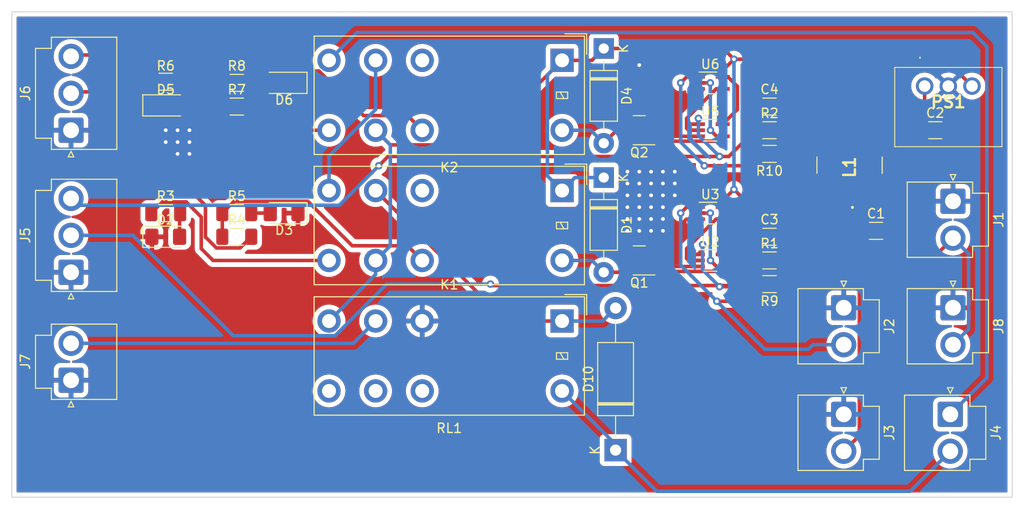
<source format=kicad_pcb>
(kicad_pcb (version 20211014) (generator pcbnew)
  (layers (0 "F.Cu" signal) (31 "B.Cu" signal) (34 "B.Paste" user) (35 "F.Paste" user) (36 "B.SilkS" user "B.Silkscreen") (37 "F.SilkS" user "F.Silkscreen") (38 "B.Mask" user) (39 "F.Mask" user) (44 "Edge.Cuts" user))
  (net 0 "")
  (net 1 "+24V")
  (net 2 "Net-(D1-Pad2)")
  (net 3 "GND")
  (net 4 "Net-(D2-Pad2)")
  (net 5 "Net-(D3-Pad2)")
  (net 6 "Net-(D4-Pad2)")
  (net 7 "Net-(D5-Pad2)")
  (net 8 "Net-(D6-Pad2)")
  (net 9 "IMD_Fault")
  (net 10 "BMS_Fault")
  (net 11 "SC_Out")
  (net 12 "SC_In")
  (net 13 "BMS_Button")
  (net 14 "IMD_Button")
  (net 15 "BMS_Button_LED")
  (net 16 "IMD_Button_LED")
  (net 17 "Charger")
  (net 19 "/BMS_Relay_Control/SC_In")
  (net 20 "Net-(K1-Pad5)")
  (net 21 "+5V")
  (net 22 "Net-(K1-Pad7)")
  (net 24 "Net-(K2-Pad5)")
  (net 25 "Net-(K2-Pad7)")
  (net 26 "SC_Relay_Out")
  (net 27 "/IMD_Latch/Latch_Out")
  (net 28 "/BMS_Latch/Latch_Out")
  (net 32 "Net-(U2-Pad2)")
  (net 33 "Net-(U5-Pad2)")
  (net 34 "/+VCC")
  (footprint "Resistor_SMD:R_1206_3216Metric_Pad1.30x1.75mm_HandSolder" (layer "F.Cu") (at 157.48 102.87 180)
    (fp_text reference "R9" (at 0 -1.82) (layer "F.SilkS"))
    (fp_text value "10K")
    (pad "1" smd roundrect (at -1.55 0 180) (size 1.3 1.75) (layers "F.Cu" "F.Paste" "F.Mask") (roundrect_rratio 0.1923076923) (net 21 "+5V"))
    (pad "2" smd roundrect (at 1.55 0 180) (size 1.3 1.75) (layers "F.Cu" "F.Paste" "F.Mask") (roundrect_rratio 0.1923076923) (net 9 "IMD_Fault"))
  )
  (footprint "Resistor_SMD:R_1206_3216Metric_Pad1.30x1.75mm_HandSolder" (layer "F.Cu") (at 157.48 100.33)
    (fp_text reference "R1" (at 0 -1.82) (layer "F.SilkS"))
    (fp_text value "10K")
    (pad "1" smd roundrect (at -1.55 0) (size 1.3 1.75) (layers "F.Cu" "F.Paste" "F.Mask") (roundrect_rratio 0.1923076923) (net 14 "IMD_Button"))
    (pad "2" smd roundrect (at 1.55 0) (size 1.3 1.75) (layers "F.Cu" "F.Paste" "F.Mask") (roundrect_rratio 0.1923076923) (net 21 "+5V"))
  )
  (footprint "Capacitor_SMD:C_1206_3216Metric_Pad1.33x1.80mm_HandSolder" (layer "F.Cu") (at 175.26 86.36)
    (fp_text reference "C2" (at 0 -1.85) (layer "F.SilkS"))
    (fp_text value "2.2u")
    (pad "1" smd roundrect (at -1.5625 0) (size 1.325 1.8) (layers "F.Cu" "F.Paste" "F.Mask") (roundrect_rratio 0.1886792453) (net 34 "/+VCC"))
    (pad "2" smd roundrect (at 1.5625 0) (size 1.325 1.8) (layers "F.Cu" "F.Paste" "F.Mask") (roundrect_rratio 0.1886792453) (net 3 "GND"))
  )
  (footprint "Relay_THT:Relay_DPDT_Omron_G2RL" (layer "F.Cu") (at 135.2275 92.8325 180)
    (fp_text reference "K1" (at 12.1 -10.1) (layer "F.SilkS"))
    (fp_text value "G2RL-24-DC5")
    (pad "1" thru_hole rect (at 0 0 270) (size 2.5 2.5) (drill 1.5) (layers *.Cu *.Mask) (net 21 "+5V"))
    (pad "2" thru_hole oval (at 15 0 270) (size 2.5 2.5) (drill 1.5) (layers *.Cu *.Mask))
    (pad "3" thru_hole oval (at 20 0 270) (size 2.5 2.5) (drill 1.5) (layers *.Cu *.Mask) (net 26 "SC_Relay_Out"))
    (pad "4" thru_hole oval (at 25 0 270) (size 2.5 2.5) (drill 1.5) (layers *.Cu *.Mask) (net 19 "/BMS_Relay_Control/SC_In"))
    (pad "5" thru_hole oval (at 25 -7.5 270) (size 2.5 2.5) (drill 1.5) (layers *.Cu *.Mask) (net 20 "Net-(K1-Pad5)"))
    (pad "6" thru_hole oval (at 20 -7.5 270) (size 2.5 2.5) (drill 1.5) (layers *.Cu *.Mask) (net 21 "+5V"))
    (pad "7" thru_hole oval (at 15 -7.5 270) (size 2.5 2.5) (drill 1.5) (layers *.Cu *.Mask) (net 22 "Net-(K1-Pad7)"))
    (pad "8" thru_hole oval (at 0 -7.5 270) (size 2.5 2.5) (drill 1.5) (layers *.Cu *.Mask) (net 2 "Net-(D1-Pad2)"))
  )
  (footprint "Capacitor_SMD:C_1206_3216Metric_Pad1.33x1.80mm_HandSolder" (layer "F.Cu") (at 157.48 97.79)
    (fp_text reference "C3" (at 0 -1.85) (layer "F.SilkS"))
    (fp_text value "10u")
    (pad "1" smd roundrect (at -1.5625 0) (size 1.325 1.8) (layers "F.Cu" "F.Paste" "F.Mask") (roundrect_rratio 0.1886792453) (net 14 "IMD_Button"))
    (pad "2" smd roundrect (at 1.5625 0) (size 1.325 1.8) (layers "F.Cu" "F.Paste" "F.Mask") (roundrect_rratio 0.1886792453) (net 3 "GND"))
  )
  (footprint "Package_TO_SOT_SMD:SOT-353_SC-70-5_Handsoldering" (layer "F.Cu") (at 151.13 95.25)
    (fp_text reference "U3" (at 0 -2) (layer "F.SilkS"))
    (fp_text value "74AHC1G00")
    (pad "1" smd rect (at -1.33 -0.65) (size 1.5 0.4) (layers "F.Cu" "F.Paste" "F.Mask") (net 9 "IMD_Fault"))
    (pad "2" smd rect (at -1.33 0) (size 1.5 0.4) (layers "F.Cu" "F.Paste" "F.Mask") (net 27 "/IMD_Latch/Latch_Out"))
    (pad "3" smd rect (at -1.33 0.65) (size 1.5 0.4) (layers "F.Cu" "F.Paste" "F.Mask") (net 3 "GND"))
    (pad "4" smd rect (at 1.33 0.65) (size 1.5 0.4) (layers "F.Cu" "F.Paste" "F.Mask") (net 32 "Net-(U2-Pad2)"))
    (pad "5" smd rect (at 1.33 -0.65) (size 1.5 0.4) (layers "F.Cu" "F.Paste" "F.Mask") (net 21 "+5V"))
  )
  (footprint "Resistor_SMD:R_1206_3216Metric_Pad1.30x1.75mm_HandSolder" (layer "F.Cu") (at 100.33 95.25)
    (fp_text reference "R5" (at 0 -1.82) (layer "F.SilkS"))
    (fp_text value "680")
    (pad "1" smd roundrect (at -1.55 0) (size 1.3 1.75) (layers "F.Cu" "F.Paste" "F.Mask") (roundrect_rratio 0.1923076923) (net 22 "Net-(K1-Pad7)"))
    (pad "2" smd roundrect (at 1.55 0) (size 1.3 1.75) (layers "F.Cu" "F.Paste" "F.Mask") (roundrect_rratio 0.1923076923) (net 5 "Net-(D3-Pad2)"))
  )
  (footprint "Connector_JST:JST_VH_B2P-VH-B_1x02_P3.96mm_Vertical" (layer "F.Cu") (at 165.445 116.84 -90)
    (fp_text reference "J3" (at 1.98 -4.9 -90) (layer "F.SilkS"))
    (fp_text value "BMS")
    (pad "1" thru_hole roundrect (at 0 0 270) (size 2.7 2.7) (drill 1.7) (layers *.Cu *.Mask) (roundrect_rratio 0.09259296296) (net 3 "GND"))
    (pad "2" thru_hole circle (at 3.96 0 270) (size 2.7 2.7) (drill 1.7) (layers *.Cu *.Mask) (net 10 "BMS_Fault"))
  )
  (footprint "Connector_JST:JST_VH_B3P-VH-B_1x03_P3.96mm_Vertical" (layer "F.Cu") (at 82.55 101.6 90)
    (fp_text reference "J5" (at 3.96 -4.9 90) (layer "F.SilkS"))
    (fp_text value "Buttons")
    (pad "1" thru_hole roundrect (at 0 0 90) (size 2.7 2.7) (drill 1.7) (layers *.Cu *.Mask) (roundrect_rratio 0.09259296296) (net 3 "GND"))
    (pad "2" thru_hole circle (at 3.96 0 90) (size 2.7 2.7) (drill 1.7) (layers *.Cu *.Mask) (net 14 "IMD_Button"))
    (pad "3" thru_hole circle (at 7.92 0 90) (size 2.7 2.7) (drill 1.7) (layers *.Cu *.Mask) (net 13 "BMS_Button"))
  )
  (footprint "Capacitor_SMD:C_1206_3216Metric_Pad1.33x1.80mm_HandSolder" (layer "F.Cu") (at 168.91 97.155)
    (fp_text reference "C1" (at 0 -1.85) (layer "F.SilkS"))
    (fp_text value "10u")
    (pad "1" smd roundrect (at -1.5625 0) (size 1.325 1.8) (layers "F.Cu" "F.Paste" "F.Mask") (roundrect_rratio 0.1886792453) (net 1 "+24V"))
    (pad "2" smd roundrect (at 1.5625 0) (size 1.325 1.8) (layers "F.Cu" "F.Paste" "F.Mask") (roundrect_rratio 0.1886792453) (net 3 "GND"))
  )
  (footprint "Resistor_SMD:R_1206_3216Metric_Pad1.30x1.75mm_HandSolder" (layer "F.Cu") (at 157.48 86.36)
    (fp_text reference "R2" (at 0 -1.82) (layer "F.SilkS"))
    (fp_text value "10K")
    (pad "1" smd roundrect (at -1.55 0) (size 1.3 1.75) (layers "F.Cu" "F.Paste" "F.Mask") (roundrect_rratio 0.1923076923) (net 13 "BMS_Button"))
    (pad "2" smd roundrect (at 1.55 0) (size 1.3 1.75) (layers "F.Cu" "F.Paste" "F.Mask") (roundrect_rratio 0.1923076923) (net 21 "+5V"))
  )
  (footprint "SamacSys_Parts:RLS686" (layer "F.Cu") (at 166.07 89.985 90)
    (fp_text reference "L1" (at -0.35 0 90) (layer "F.SilkS") (effects (font (size 1.27 1.27) (thickness 0.254))))
    (fp_text value "68u" hide)
    (pad "1" smd rect locked (at -2.75 0 90) (size 2.5 7.5) (layers "F.Cu" "F.Paste" "F.Mask") (net 1 "+24V"))
    (pad "2" smd rect locked (at 2.75 0 90) (size 2.5 7.5) (layers "F.Cu" "F.Paste" "F.Mask") (net 34 "/+VCC"))
  )
  (footprint "Resistor_SMD:R_1206_3216Metric_Pad1.30x1.75mm_HandSolder" (layer "F.Cu") (at 157.48 88.9 180)
    (fp_text reference "R10" (at 0 -1.82) (layer "F.SilkS"))
    (fp_text value "10K")
    (pad "1" smd roundrect (at -1.55 0 180) (size 1.3 1.75) (layers "F.Cu" "F.Paste" "F.Mask") (roundrect_rratio 0.1923076923) (net 21 "+5V"))
    (pad "2" smd roundrect (at 1.55 0 180) (size 1.3 1.75) (layers "F.Cu" "F.Paste" "F.Mask") (roundrect_rratio 0.1923076923) (net 10 "BMS_Fault"))
  )
  (footprint "Resistor_SMD:R_1206_3216Metric_Pad1.30x1.75mm_HandSolder" (layer "F.Cu") (at 100.33 83.82)
    (fp_text reference "R7" (at 0 -1.82) (layer "F.SilkS"))
    (fp_text value "100")
    (pad "1" smd roundrect (at -1.55 0) (size 1.3 1.75) (layers "F.Cu" "F.Paste" "F.Mask") (roundrect_rratio 0.1923076923) (net 25 "Net-(K2-Pad7)"))
    (pad "2" smd roundrect (at 1.55 0) (size 1.3 1.75) (layers "F.Cu" "F.Paste" "F.Mask") (roundrect_rratio 0.1923076923) (net 15 "BMS_Button_LED"))
  )
  (footprint "Connector_JST:JST_VH_B2P-VH-B_1x02_P3.96mm_Vertical" (layer "F.Cu") (at 177.165 105.41 -90)
    (fp_text reference "J8" (at 1.98 -4.9 90) (layer "F.SilkS"))
    (fp_text value "HV_PWR")
    (pad "1" thru_hole roundrect (at 0 0 270) (size 2.7 2.7) (drill 1.7) (layers *.Cu *.Mask) (roundrect_rratio 0.09259296296) (net 3 "GND"))
    (pad "2" thru_hole circle (at 3.96 0 270) (size 2.7 2.7) (drill 1.7) (layers *.Cu *.Mask) (net 1 "+24V"))
  )
  (footprint "Relay_THT:Relay_DPDT_Omron_G2RL" (layer "F.Cu") (at 135.2275 106.83 180)
    (fp_text reference "RL1" (at 12.1 -11.5) (layer "F.SilkS"))
    (fp_text value "G2RL-24-DC5")
    (pad "1" thru_hole rect (at 0 0 270) (size 2.5 2.5) (drill 1.5) (layers *.Cu *.Mask) (net 26 "SC_Relay_Out"))
    (pad "2" thru_hole oval (at 15 0 270) (size 2.5 2.5) (drill 1.5) (layers *.Cu *.Mask) (net 3 "GND"))
    (pad "3" thru_hole oval (at 20 0 270) (size 2.5 2.5) (drill 1.5) (layers *.Cu *.Mask) (net 17 "Charger"))
    (pad "4" thru_hole oval (at 25 0 270) (size 2.5 2.5) (drill 1.5) (layers *.Cu *.Mask) (net 21 "+5V"))
    (pad "5" thru_hole oval (at 25 -7.5 270) (size 2.5 2.5) (drill 1.5) (layers *.Cu *.Mask))
    (pad "6" thru_hole oval (at 20 -7.5 270) (size 2.5 2.5) (drill 1.5) (layers *.Cu *.Mask))
    (pad "7" thru_hole oval (at 15 -7.5 270) (size 2.5 2.5) (drill 1.5) (layers *.Cu *.Mask))
    (pad "8" thru_hole oval (at 0 -7.5 270) (size 2.5 2.5) (drill 1.5) (layers *.Cu *.Mask) (net 12 "SC_In"))
  )
  (footprint "Connector_JST:JST_VH_B2P-VH-B_1x02_P3.96mm_Vertical" (layer "F.Cu") (at 165.445 105.41 -90)
    (fp_text reference "J2" (at 1.98 -4.9 -90) (layer "F.SilkS"))
    (fp_text value "IMD")
    (pad "1" thru_hole roundrect (at 0 0 270) (size 2.7 2.7) (drill 1.7) (layers *.Cu *.Mask) (roundrect_rratio 0.09259296296) (net 3 "GND"))
    (pad "2" thru_hole circle (at 3.96 0 270) (size 2.7 2.7) (drill 1.7) (layers *.Cu *.Mask) (net 9 "IMD_Fault"))
  )
  (footprint "Package_TO_SOT_SMD:SOT-23" (layer "F.Cu") (at 143.51 100.33 180)
    (fp_text reference "Q1" (at 0 -2.4) (layer "F.SilkS"))
    (fp_text value "2N7002")
    (pad "1" smd roundrect (at -0.9375 -0.95 180) (size 1.475 0.6) (layers "F.Cu" "F.Paste" "F.Mask") (net 27 "/IMD_Latch/Latch_Out"))
    (pad "2" smd roundrect (at -0.9375 0.95 180) (size 1.475 0.6) (layers "F.Cu" "F.Paste" "F.Mask") (net 3 "GND"))
    (pad "3" smd roundrect (at 0.9375 0 180) (size 1.475 0.6) (layers "F.Cu" "F.Paste" "F.Mask") (net 2 "Net-(D1-Pad2)"))
  )
  (footprint "Package_TO_SOT_SMD:SOT-353_SC-70-5_Handsoldering" (layer "F.Cu") (at 151.13 100.33)
    (fp_text reference "U2" (at 0 -2) (layer "F.SilkS"))
    (fp_text value "74AHC1G00")
    (pad "1" smd rect (at -1.33 -0.65) (size 1.5 0.4) (layers "F.Cu" "F.Paste" "F.Mask") (net 14 "IMD_Button"))
    (pad "2" smd rect (at -1.33 0) (size 1.5 0.4) (layers "F.Cu" "F.Paste" "F.Mask") (net 32 "Net-(U2-Pad2)"))
    (pad "3" smd rect (at -1.33 0.65) (size 1.5 0.4) (layers "F.Cu" "F.Paste" "F.Mask") (net 3 "GND"))
    (pad "4" smd rect (at 1.33 0.65) (size 1.5 0.4) (layers "F.Cu" "F.Paste" "F.Mask") (net 27 "/IMD_Latch/Latch_Out"))
    (pad "5" smd rect (at 1.33 -0.65) (size 1.5 0.4) (layers "F.Cu" "F.Paste" "F.Mask") (net 21 "+5V"))
  )
  (footprint "Resistor_SMD:R_1206_3216Metric_Pad1.30x1.75mm_HandSolder" (layer "F.Cu") (at 92.71 95.25)
    (fp_text reference "R3" (at 0 -1.82) (layer "F.SilkS"))
    (fp_text value "680")
    (pad "1" smd roundrect (at -1.55 0) (size 1.3 1.75) (layers "F.Cu" "F.Paste" "F.Mask") (roundrect_rratio 0.1923076923) (net 20 "Net-(K1-Pad5)"))
    (pad "2" smd roundrect (at 1.55 0) (size 1.3 1.75) (layers "F.Cu" "F.Paste" "F.Mask") (roundrect_rratio 0.1923076923) (net 4 "Net-(D2-Pad2)"))
  )
  (footprint "Package_TO_SOT_SMD:SOT-353_SC-70-5_Handsoldering" (layer "F.Cu") (at 151.13 81.28)
    (fp_text reference "U6" (at 0 -2) (layer "F.SilkS"))
    (fp_text value "74AHC1G00")
    (pad "1" smd rect (at -1.33 -0.65) (size 1.5 0.4) (layers "F.Cu" "F.Paste" "F.Mask") (net 10 "BMS_Fault"))
    (pad "2" smd rect (at -1.33 0) (size 1.5 0.4) (layers "F.Cu" "F.Paste" "F.Mask") (net 28 "/BMS_Latch/Latch_Out"))
    (pad "3" smd rect (at -1.33 0.65) (size 1.5 0.4) (layers "F.Cu" "F.Paste" "F.Mask") (net 3 "GND"))
    (pad "4" smd rect (at 1.33 0.65) (size 1.5 0.4) (layers "F.Cu" "F.Paste" "F.Mask") (net 33 "Net-(U5-Pad2)"))
    (pad "5" smd rect (at 1.33 -0.65) (size 1.5 0.4) (layers "F.Cu" "F.Paste" "F.Mask") (net 21 "+5V"))
  )
  (footprint "Resistor_SMD:R_1206_3216Metric_Pad1.30x1.75mm_HandSolder" (layer "F.Cu") (at 100.33 81.28)
    (fp_text reference "R8" (at 0 -1.82) (layer "F.SilkS"))
    (fp_text value "680")
    (pad "1" smd roundrect (at -1.55 0) (size 1.3 1.75) (layers "F.Cu" "F.Paste" "F.Mask") (roundrect_rratio 0.1923076923) (net 25 "Net-(K2-Pad7)"))
    (pad "2" smd roundrect (at 1.55 0) (size 1.3 1.75) (layers "F.Cu" "F.Paste" "F.Mask") (roundrect_rratio 0.1923076923) (net 8 "Net-(D6-Pad2)"))
  )
  (footprint "Capacitor_SMD:C_1206_3216Metric_Pad1.33x1.80mm_HandSolder" (layer "F.Cu") (at 157.48 83.82)
    (fp_text reference "C4" (at 0 -1.85) (layer "F.SilkS"))
    (fp_text value "10u")
    (pad "1" smd roundrect (at -1.5625 0) (size 1.325 1.8) (layers "F.Cu" "F.Paste" "F.Mask") (roundrect_rratio 0.1886792453) (net 13 "BMS_Button"))
    (pad "2" smd roundrect (at 1.5625 0) (size 1.325 1.8) (layers "F.Cu" "F.Paste" "F.Mask") (roundrect_rratio 0.1886792453) (net 3 "GND"))
  )
  (footprint "Package_TO_SOT_SMD:SOT-353_SC-70-5_Handsoldering" (layer "F.Cu") (at 151.13 86.36)
    (fp_text reference "U5" (at 0 -2) (layer "F.SilkS"))
    (fp_text value "74AHC1G00")
    (pad "1" smd rect (at -1.33 -0.65) (size 1.5 0.4) (layers "F.Cu" "F.Paste" "F.Mask") (net 13 "BMS_Button"))
    (pad "2" smd rect (at -1.33 0) (size 1.5 0.4) (layers "F.Cu" "F.Paste" "F.Mask") (net 33 "Net-(U5-Pad2)"))
    (pad "3" smd rect (at -1.33 0.65) (size 1.5 0.4) (layers "F.Cu" "F.Paste" "F.Mask") (net 3 "GND"))
    (pad "4" smd rect (at 1.33 0.65) (size 1.5 0.4) (layers "F.Cu" "F.Paste" "F.Mask") (net 28 "/BMS_Latch/Latch_Out"))
    (pad "5" smd rect (at 1.33 -0.65) (size 1.5 0.4) (layers "F.Cu" "F.Paste" "F.Mask") (net 21 "+5V"))
  )
  (footprint "Diode_THT:D_DO-41_SOD81_P10.16mm_Horizontal" (layer "F.Cu") (at 139.7 91.44 -90)
    (fp_text reference "D1" (at 5.08 -2.47 90) (layer "F.SilkS"))
    (fp_text value "1N4001")
    (fp_text user "K" (at 0 -2.1 90) (layer "F.SilkS"))
    (pad "1" thru_hole rect (at 0 0 270) (size 2.2 2.2) (drill 1.1) (layers *.Cu *.Mask) (net 21 "+5V"))
    (pad "2" thru_hole oval (at 10.16 0 270) (size 2.2 2.2) (drill 1.1) (layers *.Cu *.Mask) (net 2 "Net-(D1-Pad2)"))
  )
  (footprint "Resistor_SMD:R_1206_3216Metric_Pad1.30x1.75mm_HandSolder" (layer "F.Cu") (at 100.33 97.79)
    (fp_text reference "R4" (at 0 -1.82) (layer "F.SilkS"))
    (fp_text value "100")
    (pad "1" smd roundrect (at -1.55 0) (size 1.3 1.75) (layers "F.Cu" "F.Paste" "F.Mask") (roundrect_rratio 0.1923076923) (net 22 "Net-(K1-Pad7)"))
    (pad "2" smd roundrect (at 1.55 0) (size 1.3 1.75) (layers "F.Cu" "F.Paste" "F.Mask") (roundrect_rratio 0.1923076923) (net 16 "IMD_Button_LED"))
  )
  (footprint "Connector_JST:JST_VH_B2P-VH-B_1x02_P3.96mm_Vertical" (layer "F.Cu") (at 176.875 116.84 -90)
    (fp_text reference "J4" (at 1.98 -4.9 -90) (layer "F.SilkS"))
    (fp_text value "SC")
    (pad "1" thru_hole roundrect (at 0 0 270) (size 2.7 2.7) (drill 1.7) (layers *.Cu *.Mask) (roundrect_rratio 0.09259296296) (net 11 "SC_Out"))
    (pad "2" thru_hole circle (at 3.96 0 270) (size 2.7 2.7) (drill 1.7) (layers *.Cu *.Mask) (net 12 "SC_In"))
  )
  (footprint "Diode_THT:D_DO-41_SOD81_P10.16mm_Horizontal" (layer "F.Cu") (at 139.7 77.5925 -90)
    (fp_text reference "D4" (at 5.08 -2.47 90) (layer "F.SilkS"))
    (fp_text value "1N4001")
    (fp_text user "K" (at 0 -2.1 90) (layer "F.SilkS"))
    (pad "1" thru_hole rect (at 0 0 270) (size 2.2 2.2) (drill 1.1) (layers *.Cu *.Mask) (net 21 "+5V"))
    (pad "2" thru_hole oval (at 10.16 0 270) (size 2.2 2.2) (drill 1.1) (layers *.Cu *.Mask) (net 6 "Net-(D4-Pad2)"))
  )
  (footprint "SamacSys_Parts:R78B5020" (layer "F.Cu") (at 174.125 81.625)
    (fp_text reference "PS1" (at 2.54 1.7) (layer "F.SilkS") (effects (font (size 1.27 1.27) (thickness 0.254))))
    (fp_text value "R-78E5.0-1.0" hide)
    (pad "1" thru_hole circle locked (at 0 0) (size 1.875 1.875) (drill 1.25) (layers *.Cu *.Mask) (net 34 "/+VCC"))
    (pad "2" thru_hole circle locked (at 2.54 0) (size 1.875 1.875) (drill 1.25) (layers *.Cu *.Mask) (net 3 "GND"))
    (pad "3" thru_hole circle locked (at 5.08 0) (size 1.875 1.875) (drill 1.25) (layers *.Cu *.Mask) (net 21 "+5V"))
  )
  (footprint "Package_TO_SOT_SMD:SOT-23" (layer "F.Cu") (at 143.51 86.36 180)
    (fp_text reference "Q2" (at 0 -2.4) (layer "F.SilkS"))
    (fp_text value "2N7002")
    (pad "1" smd roundrect (at -0.9375 -0.95 180) (size 1.475 0.6) (layers "F.Cu" "F.Paste" "F.Mask") (net 28 "/BMS_Latch/Latch_Out"))
    (pad "2" smd roundrect (at -0.9375 0.95 180) (size 1.475 0.6) (layers "F.Cu" "F.Paste" "F.Mask") (net 3 "GND"))
    (pad "3" smd roundrect (at 0.9375 0 180) (size 1.475 0.6) (layers "F.Cu" "F.Paste" "F.Mask") (net 6 "Net-(D4-Pad2)"))
  )
  (footprint "Resistor_SMD:R_1206_3216Metric_Pad1.30x1.75mm_HandSolder" (layer "F.Cu") (at 92.71 81.1575)
    (fp_text reference "R6" (at 0 -1.6975) (layer "F.SilkS"))
    (fp_text value "680")
    (pad "1" smd roundrect (at -1.55 0) (size 1.3 1.75) (layers "F.Cu" "F.Paste" "F.Mask") (roundrect_rratio 0.1923076923) (net 24 "Net-(K2-Pad5)"))
    (pad "2" smd roundrect (at 1.55 0) (size 1.3 1.75) (layers "F.Cu" "F.Paste" "F.Mask") (roundrect_rratio 0.1923076923) (net 7 "Net-(D5-Pad2)"))
  )
  (footprint "Diode_THT:D_DO-15_P15.24mm_Horizontal" (layer "F.Cu") (at 140.97 120.6775 90)
    (fp_text reference "D10" (at 7.62 -2.92 90) (layer "F.SilkS"))
    (fp_text value "D_TVS")
    (fp_text user "K" (at 0 -2.2 90) (layer "F.SilkS"))
    (pad "1" thru_hole rect (at 0 0 90) (size 2.4 2.4) (drill 1.2) (layers *.Cu *.Mask) (net 12 "SC_In"))
    (pad "2" thru_hole oval (at 15.24 0 90) (size 2.4 2.4) (drill 1.2) (layers *.Cu *.Mask) (net 26 "SC_Relay_Out"))
  )
  (footprint "Diode_SMD:D_1206_3216Metric_Pad1.42x1.75mm_HandSolder" (layer "F.Cu") (at 92.71 97.79)
    (fp_text reference "D2" (at 0 -1.82) (layer "F.SilkS"))
    (fp_text value "GREEN")
    (pad "1" smd roundrect (at -1.4875 0) (size 1.425 1.75) (layers "F.Cu" "F.Paste" "F.Mask") (roundrect_rratio 0.1754392982) (net 3 "GND"))
    (pad "2" smd roundrect (at 1.4875 0) (size 1.425 1.75) (layers "F.Cu" "F.Paste" "F.Mask") (roundrect_rratio 0.1754392982) (net 4 "Net-(D2-Pad2)"))
  )
  (footprint "Relay_THT:Relay_DPDT_Omron_G2RL" (layer "F.Cu") (at 135.2275 78.8625 180)
    (fp_text reference "K2" (at 12.1 -11.5) (layer "F.SilkS"))
    (fp_text value "G2RL-24-DC5")
    (pad "1" thru_hole rect (at 0 0 270) (size 2.5 2.5) (drill 1.5) (layers *.Cu *.Mask) (net 21 "+5V"))
    (pad "2" thru_hole oval (at 15 0 270) (size 2.5 2.5) (drill 1.5) (layers *.Cu *.Mask))
    (pad "3" thru_hole oval (at 20 0 270) (size 2.5 2.5) (drill 1.5) (layers *.Cu *.Mask) (net 19 "/BMS_Relay_Control/SC_In"))
    (pad "4" thru_hole oval (at 25 0 270) (size 2.5 2.5) (drill 1.5) (layers *.Cu *.Mask) (net 11 "SC_Out"))
    (pad "5" thru_hole oval (at 25 -7.5 270) (size 2.5 2.5) (drill 1.5) (layers *.Cu *.Mask) (net 24 "Net-(K2-Pad5)"))
    (pad "6" thru_hole oval (at 20 -7.5 270) (size 2.5 2.5) (drill 1.5) (layers *.Cu *.Mask) (net 21 "+5V"))
    (pad "7" thru_hole oval (at 15 -7.5 270) (size 2.5 2.5) (drill 1.5) (layers *.Cu *.Mask) (net 25 "Net-(K2-Pad7)"))
    (pad "8" thru_hole oval (at 0 -7.5 270) (size 2.5 2.5) (drill 1.5) (layers *.Cu *.Mask) (net 6 "Net-(D4-Pad2)"))
  )
  (footprint "Diode_SMD:D_1206_3216Metric_Pad1.42x1.75mm_HandSolder" (layer "F.Cu") (at 105.41 81.28 180)
    (fp_text reference "D6" (at 0 -1.82) (layer "F.SilkS"))
    (fp_text value "RED")
    (pad "1" smd roundrect (at -1.4875 0 180) (size 1.425 1.75) (layers "F.Cu" "F.Paste" "F.Mask") (roundrect_rratio 0.1754392982) (net 3 "GND"))
    (pad "2" smd roundrect (at 1.4875 0 180) (size 1.425 1.75) (layers "F.Cu" "F.Paste" "F.Mask") (roundrect_rratio 0.1754392982) (net 8 "Net-(D6-Pad2)"))
  )
  (footprint "Connector_JST:JST_VH_B3P-VH-B_1x03_P3.96mm_Vertical" (layer "F.Cu") (at 82.55 86.36 90)
    (fp_text reference "J6" (at 3.96 -4.9 90) (layer "F.SilkS"))
    (fp_text value "Button_LED")
    (pad "1" thru_hole roundrect (at 0 0 90) (size 2.7 2.7) (drill 1.7) (layers *.Cu *.Mask) (roundrect_rratio 0.09259296296) (net 3 "GND"))
    (pad "2" thru_hole circle (at 3.96 0 90) (size 2.7 2.7) (drill 1.7) (layers *.Cu *.Mask) (net 16 "IMD_Button_LED"))
    (pad "3" thru_hole circle (at 7.92 0 90) (size 2.7 2.7) (drill 1.7) (layers *.Cu *.Mask) (net 15 "BMS_Button_LED"))
  )
  (footprint "Connector_JST:JST_VH_B2P-VH-B_1x02_P3.96mm_Vertical" (layer "F.Cu") (at 82.55 113.18 90)
    (fp_text reference "J7" (at 1.98 -4.9 90) (layer "F.SilkS"))
    (fp_text value "Charger_Control")
    (pad "1" thru_hole roundrect (at 0 0 90) (size 2.7 2.7) (drill 1.7) (layers *.Cu *.Mask) (roundrect_rratio 0.09259296296) (net 3 "GND"))
    (pad "2" thru_hole circle (at 3.96 0 90) (size 2.7 2.7) (drill 1.7) (layers *.Cu *.Mask) (net 17 "Charger"))
  )
  (footprint "Connector_JST:JST_VH_B2P-VH-B_1x02_P3.96mm_Vertical" (layer "F.Cu") (at 177.165 93.98 -90)
    (fp_text reference "J1" (at 1.98 -4.9 -90) (layer "F.SilkS"))
    (fp_text value "PWR")
    (pad "1" thru_hole roundrect (at 0 0 270) (size 2.7 2.7) (drill 1.7) (layers *.Cu *.Mask) (roundrect_rratio 0.09259296296) (net 3 "GND"))
    (pad "2" thru_hole circle (at 3.96 0 270) (size 2.7 2.7) (drill 1.7) (layers *.Cu *.Mask) (net 1 "+24V"))
  )
  (footprint "Diode_SMD:D_1206_3216Metric_Pad1.42x1.75mm_HandSolder" (layer "F.Cu") (at 92.71 83.6975)
    (fp_text reference "D5" (at 0 -1.6975) (layer "F.SilkS"))
    (fp_text value "GREEN")
    (pad "1" smd roundrect (at -1.4875 0) (size 1.425 1.75) (layers "F.Cu" "F.Paste" "F.Mask") (roundrect_rratio 0.1754392982) (net 3 "GND"))
    (pad "2" smd roundrect (at 1.4875 0) (size 1.425 1.75) (layers "F.Cu" "F.Paste" "F.Mask") (roundrect_rratio 0.1754392982) (net 7 "Net-(D5-Pad2)"))
  )
  (footprint "Diode_SMD:D_1206_3216Metric_Pad1.42x1.75mm_HandSolder" (layer "F.Cu") (at 105.41 95.25 180)
    (fp_text reference "D3" (at 0 -1.82) (layer "F.SilkS"))
    (fp_text value "RED")
    (pad "1" smd roundrect (at -1.4875 0 180) (size 1.425 1.75) (layers "F.Cu" "F.Paste" "F.Mask") (roundrect_rratio 0.1754392982) (net 3 "GND"))
    (pad "2" smd roundrect (at 1.4875 0 180) (size 1.425 1.75) (layers "F.Cu" "F.Paste" "F.Mask") (roundrect_rratio 0.1754392982) (net 5 "Net-(D3-Pad2)"))
  )
  (gr_rect (start 183.515 73.66) (end 76.2 125.73) (layer "Edge.Cuts") (width 0.1) (fill none))
  (segment (start 177.165 97.94) (end 175.815 99.29) (width 0.381) (layer "F.Cu") (net 1))
  (segment (start 175.815 99.29) (end 169.4825 99.29) (width 0.381) (layer "F.Cu") (net 1))
  (segment (start 166.07 95.8775) (end 166.07 92.735) (width 0.381) (layer "F.Cu") (net 1))
  (segment (start 169.4825 99.29) (end 167.3475 97.155) (width 0.381) (layer "F.Cu") (net 1))
  (segment (start 167.3475 97.155) (end 166.07 95.8775) (width 0.381) (layer "F.Cu") (net 1))
  (segment (start 178.83952 107.69548) (end 178.83952 99.61452) (width 0.381) (layer "B.Cu") (net 1))
  (segment (start 177.165 109.37) (end 178.83952 107.69548) (width 0.381) (layer "B.Cu") (net 1))
  (segment (start 178.83952 99.61452) (end 177.165 97.94) (width 0.381) (layer "B.Cu") (net 1))
  (segment (start 142.5725 100.33) (end 141.3025 101.6) (width 0.381) (layer "F.Cu") (net 2))
  (segment (start 141.3025 101.6) (end 139.7 101.6) (width 0.381) (layer "F.Cu") (net 2))
  (segment (start 138.4325 100.3325) (end 139.7 101.6) (width 0.381) (layer "B.Cu") (net 2))
  (segment (start 135.2275 100.3325) (end 138.4325 100.3325) (width 0.381) (layer "B.Cu") (net 2))
  (segment (start 149.8 87.01) (end 146.0475 87.01) (width 0.381) (layer "F.Cu") (net 3))
  (segment (start 149.8 100.98) (end 146.0475 100.98) (width 0.381) (layer "F.Cu") (net 3))
  (segment (start 146.0475 100.98) (end 144.4475 99.38) (width 0.381) (layer "F.Cu") (net 3))
  (segment (start 148.575 95.9) (end 147.955 96.52) (width 0.381) (layer "F.Cu") (net 3))
  (segment (start 146.0475 87.01) (end 144.4475 85.41) (width 0.381) (layer "F.Cu") (net 3))
  (segment (start 149.8 95.9) (end 148.575 95.9) (width 0.381) (layer "F.Cu") (net 3))
  (via (at 142.24 90.805) (size 0.8) (drill 0.4) (layers "F.Cu" "B.Cu") (net 3))
  (via (at 142.24 95.885) (size 0.8) (drill 0.4) (layers "F.Cu" "B.Cu") (net 3))
  (via (at 143.51 90.805) (size 0.8) (drill 0.4) (layers "F.Cu" "B.Cu") (net 3))
  (via (at 93.98 87.63) (size 0.8) (drill 0.4) (layers "F.Cu" "B.Cu") (net 3))
  (via (at 92.71 87.63) (size 0.8) (drill 0.4) (layers "F.Cu" "B.Cu") (net 3))
  (via (at 144.78 92.075) (size 0.8) (drill 0.4) (layers "F.Cu" "B.Cu") (net 3))
  (via (at 143.51 79.375) (size 0.8) (drill 0.4) (layers "F.Cu" "B.Cu") (net 3))
  (via (at 95.25 86.36) (size 0.8) (drill 0.4) (layers "F.Cu" "B.Cu") (net 3))
  (via (at 144.78 90.805) (size 0.8) (drill 0.4) (layers "F.Cu" "B.Cu") (net 3))
  (via (at 147.32 92.075) (size 0.8) (drill 0.4) (layers "F.Cu" "B.Cu") (net 3))
  (via (at 143.51 97.155) (size 0.8) (drill 0.4) (layers "F.Cu" "B.Cu") (net 3))
  (via (at 144.78 95.885) (size 0.8) (drill 0.4) (layers "F.Cu" "B.Cu") (net 3))
  (via (at 93.98 88.9) (size 0.8) (drill 0.4) (layers "F.Cu" "B.Cu") (net 3))
  (via (at 93.98 86.36) (size 0.8) (drill 0.4) (layers "F.Cu" "B.Cu") (net 3))
  (via (at 143.51 92.075) (size 0.8) (drill 0.4) (layers "F.Cu" "B.Cu") (net 3))
  (via (at 146.05 97.155) (size 0.8) (drill 0.4) (layers "F.Cu" "B.Cu") (net 3))
  (via (at 144.78 97.155) (size 0.8) (drill 0.4) (layers "F.Cu" "B.Cu") (net 3))
  (via (at 142.24 97.155) (size 0.8) (drill 0.4) (layers "F.Cu" "B.Cu") (net 3))
  (via (at 146.05 92.075) (size 0.8) (drill 0.4) (layers "F.Cu" "B.Cu") (net 3))
  (via (at 146.05 94.615) (size 0.8) (drill 0.4) (layers "F.Cu" "B.Cu") (net 3))
  (via (at 142.24 92.075) (size 0.8) (drill 0.4) (layers "F.Cu" "B.Cu") (net 3))
  (via (at 143.51 93.345) (size 0.8) (drill 0.4) (layers "F.Cu" "B.Cu") (net 3))
  (via (at 143.51 95.885) (size 0.8) (drill 0.4) (layers "F.Cu" "B.Cu") (net 3))
  (via (at 143.51 94.615) (size 0.8) (drill 0.4) (layers "F.Cu" "B.Cu") (net 3))
  (via (at 95.25 88.9) (size 0.8) (drill 0.4) (layers "F.Cu" "B.Cu") (net 3))
  (via (at 146.05 93.345) (size 0.8) (drill 0.4) (layers "F.Cu" "B.Cu") (net 3))
  (via (at 142.24 94.615) (size 0.8) (drill 0.4) (layers "F.Cu" "B.Cu") (net 3))
  (via (at 92.71 86.36) (size 0.8) (drill 0.4) (layers "F.Cu" "B.Cu") (net 3))
  (via (at 144.78 94.615) (size 0.8) (drill 0.4) (layers "F.Cu" "B.Cu") (net 3))
  (via (at 144.78 93.345) (size 0.8) (drill 0.4) (layers "F.Cu" "B.Cu") (net 3))
  (via (at 146.05 95.885) (size 0.8) (drill 0.4) (layers "F.Cu" "B.Cu") (net 3))
  (via (at 95.25 87.63) (size 0.8) (drill 0.4) (layers "F.Cu" "B.Cu") (net 3))
  (via (at 147.32 90.805) (size 0.8) (drill 0.4) (layers "F.Cu" "B.Cu") (net 3))
  (via (at 147.32 93.345) (size 0.8) (drill 0.4) (layers "F.Cu" "B.Cu") (net 3))
  (via (at 142.24 93.345) (size 0.8) (drill 0.4) (layers "F.Cu" "B.Cu") (net 3))
  (via (at 146.05 90.805) (size 0.8) (drill 0.4) (layers "F.Cu" "B.Cu") (net 3))
  (segment (start 94.1975 97.79) (end 94.1975 95.3125) (width 0.381) (layer "F.Cu") (net 4))
  (segment (start 101.88 95.25) (end 103.9225 95.25) (width 0.381) (layer "F.Cu") (net 5))
  (segment (start 142.5725 86.36) (end 141.0925 86.36) (width 0.381) (layer "F.Cu") (net 6))
  (segment (start 141.0925 86.36) (end 139.7 87.7525) (width 0.381) (layer "F.Cu") (net 6))
  (segment (start 138.31 86.3625) (end 139.7 87.7525) (width 0.381) (layer "B.Cu") (net 6))
  (segment (start 135.2275 86.3625) (end 138.31 86.3625) (width 0.381) (layer "B.Cu") (net 6))
  (segment (start 94.1975 83.6975) (end 94.1975 81.22) (width 0.381) (layer "F.Cu") (net 7))
  (segment (start 101.88 81.28) (end 103.9225 81.28) (width 0.381) (layer "F.Cu") (net 8))
  (segment (start 154.091222 104.708778) (end 151.831222 104.708778) (width 0.381) (layer "F.Cu") (net 9))
  (segment (start 155.93 102.87) (end 154.091222 104.708778) (width 0.381) (layer "F.Cu") (net 9))
  (segment (start 148.605 94.6) (end 149.8 94.6) (width 0.381) (layer "F.Cu") (net 9))
  (segment (start 147.955 95.25) (end 148.605 94.6) (width 0.381) (layer "F.Cu") (net 9))
  (via (at 147.955 95.25) (size 0.8) (drill 0.4) (layers "F.Cu" "B.Cu") (net 9))
  (via (at 151.831222 104.708778) (size 0.8) (drill 0.4) (layers "F.Cu" "B.Cu") (net 9))
  (segment (start 151.831222 104.708778) (end 147.955 100.832556) (width 0.381) (layer "B.Cu") (net 9))
  (segment (start 165.445 109.37) (end 162.141021 109.37) (width 0.381) (layer "B.Cu") (net 9))
  (segment (start 156.977444 109.855) (end 151.831222 104.708778) (width 0.381) (layer "B.Cu") (net 9))
  (segment (start 162.141021 109.37) (end 161.656021 109.855) (width 0.381) (layer "B.Cu") (net 9))
  (segment (start 161.656021 109.855) (end 156.977444 109.855) (width 0.381) (layer "B.Cu") (net 9))
  (segment (start 147.955 100.832556) (end 147.955 95.25) (width 0.381) (layer "B.Cu") (net 9))
  (segment (start 148.605 80.63) (end 149.8 80.63) (width 0.381) (layer "F.Cu") (net 10))
  (segment (start 167.11952 119.12548) (end 167.11952 101.07952) (width 0.381) (layer "F.Cu") (net 10))
  (segment (start 147.955 81.28) (end 148.605 80.63) (width 0.381) (layer "F.Cu") (net 10))
  (segment (start 165.445 120.8) (end 167.11952 119.12548) (width 0.381) (layer "F.Cu") (net 10))
  (segment (start 155.93 88.9) (end 155.93 89.18) (width 0.381) (layer "F.Cu") (net 10))
  (segment (start 155.93 89.18) (end 154.94 90.17) (width 0.381) (layer "F.Cu") (net 10))
  (segment (start 167.11952 101.07952) (end 156.21 90.17) (width 0.381) (layer "F.Cu") (net 10))
  (segment (start 154.94 90.17) (end 150.495 90.17) (width 0.381) (layer "F.Cu") (net 10))
  (segment (start 156.21 90.17) (end 154.94 90.17) (width 0.381) (layer "F.Cu") (net 10))
  (via (at 147.955 81.28) (size 0.8) (drill 0.4) (layers "F.Cu" "B.Cu") (net 10))
  (via (at 150.495 90.17) (size 0.8) (drill 0.4) (layers "F.Cu" "B.Cu") (net 10))
  (segment (start 150.495 90.17) (end 147.955 87.63) (width 0.381) (layer "B.Cu") (net 10))
  (segment (start 147.955 87.63) (end 147.955 81.28) (width 0.381) (layer "B.Cu") (net 10))
  (segment (start 179.3 75.88) (end 180.8 77.38) (width 0.381) (layer "B.Cu") (net 11))
  (segment (start 180.8 77.38) (end 180.8 112.915) (width 0.381) (layer "B.Cu") (net 11))
  (segment (start 110.2275 78.8625) (end 113.21 75.88) (width 0.381) (layer "B.Cu") (net 11))
  (segment (start 180.8 112.915) (end 176.875 116.84) (width 0.381) (layer "B.Cu") (net 11))
  (segment (start 113.21 75.88) (end 179.3 75.88) (width 0.381) (layer "B.Cu") (net 11))
  (segment (start 172.58 125.095) (end 176.875 120.8) (width 0.381) (layer "B.Cu") (net 12))
  (segment (start 140.97 120.6775) (end 145.3875 125.095) (width 0.381) (layer "B.Cu") (net 12))
  (segment (start 140.97 120.0725) (end 135.2275 114.33) (width 0.381) (layer "B.Cu") (net 12))
  (segment (start 145.3875 125.095) (end 172.58 125.095) (width 0.381) (layer "B.Cu") (net 12))
  (segment (start 152.122989 89.177011) (end 116.562989 89.177011) (width 0.381) (layer "F.Cu") (net 13))
  (segment (start 116.562989 89.177011) (end 115.57 90.17) (width 0.381) (layer "F.Cu") (net 13))
  (segment (start 153.112989 89.177011) (end 152.122989 89.177011) (width 0.381) (layer "F.Cu") (net 13))
  (segment (start 155.9175 86.3475) (end 155.93 86.36) (width 0.381) (layer "F.Cu") (net 13))
  (segment (start 149.8 85.15) (end 149.86 85.09) (width 0.381) (layer "F.Cu") (net 13))
  (segment (start 155.93 86.36) (end 153.112989 89.177011) (width 0.381) (layer "F.Cu") (net 13))
  (segment (start 149.8 85.71) (end 149.8 85.15) (width 0.381) (layer "F.Cu") (net 13))
  (segment (start 155.9175 83.82) (end 155.9175 86.3475) (width 0.381) (layer "F.Cu") (net 13))
  (via (at 152.122989 89.177011) (size 0.8) (drill 0.4) (layers "F.Cu" "B.Cu") (net 13))
  (via (at 115.57 90.17) (size 0.8) (drill 0.4) (layers "F.Cu" "B.Cu") (net 13))
  (via (at 149.86 85.09) (size 0.8) (drill 0.4) (layers "F.Cu" "B.Cu") (net 13))
  (segment (start 111.332989 94.407011) (end 83.277011 94.407011) (width 0.381) (layer "B.Cu") (net 13))
  (segment (start 149.86 85.09) (end 149.86 86.914022) (width 0.381) (layer "B.Cu") (net 13))
  (segment (start 149.86 86.914022) (end 152.122989 89.177011) (width 0.381) (layer "B.Cu") (net 13))
  (segment (start 115.57 90.17) (end 111.332989 94.407011) (width 0.381) (layer "B.Cu") (net 13))
  (segment (start 155.9175 100.3175) (end 155.93 100.33) (width 0.381) (layer "F.Cu") (net 14))
  (segment (start 127.702487 103.024511) (end 127.5455 102.867524) (width 0.381) (layer "F.Cu") (net 14))
  (segment (start 152.554511 103.024511) (end 127.702487 103.024511) (width 0.381) (layer "F.Cu") (net 14))
  (segment (start 153.235489 103.024511) (end 152.554511 103.024511) (width 0.381) (layer "F.Cu") (net 14))
  (segment (start 155.93 100.33) (end 153.112989 103.147011) (width 0.381) (layer "F.Cu") (net 14))
  (segment (start 155.93 100.33) (end 153.235489 103.024511) (width 0.381) (layer "F.Cu") (net 14))
  (segment (start 150.3 99.18) (end 149.8 99.68) (width 0.381) (layer "F.Cu") (net 14))
  (segment (start 150.3 98.63) (end 150.3 99.18) (width 0.381) (layer "F.Cu") (net 14))
  (segment (start 155.9175 97.79) (end 155.9175 100.3175) (width 0.381) (layer "F.Cu") (net 14))
  (segment (start 153.112989 103.147011) (end 152.122989 103.147011) (width 0.381) (layer "F.Cu") (net 14))
  (via (at 152.122989 103.147011) (size 0.8) (drill 0.4) (layers "F.Cu" "B.Cu") (net 14))
  (via (at 150.3 98.63) (size 0.8) (drill 0.4) (layers "F.Cu" "B.Cu") (net 14))
  (via (at 127.5455 102.867524) (size 0.8) (drill 0.4) (layers "F.Cu" "B.Cu") (net 14))
  (segment (start 127.5455 102.867524) (end 116.416672 102.867524) (width 0.381) (layer "B.Cu") (net 14))
  (segment (start 89.185617 97.64) (end 82.55 97.64) (width 0.381) (layer "B.Cu") (net 14))
  (segment (start 152.122989 103.147011) (end 150.3 101.324022) (width 0.381) (layer "B.Cu") (net 14))
  (segment (start 116.416672 102.867524) (end 110.879685 108.404511) (width 0.381) (layer "B.Cu") (net 14))
  (segment (start 99.950128 108.404511) (end 89.185617 97.64) (width 0.381) (layer "B.Cu") (net 14))
  (segment (start 150.3 101.324022) (end 150.3 98.63) (width 0.381) (layer "B.Cu") (net 14))
  (segment (start 110.879685 108.404511) (end 99.950128 108.404511) (width 0.381) (layer "B.Cu") (net 14))
  (segment (start 101.88 83.82) (end 100.68048 85.01952) (width 0.381) (layer "F.Cu") (net 15))
  (segment (start 98.142027 85.01952) (end 96.96952 83.847013) (width 0.381) (layer "F.Cu") (net 15))
  (segment (start 96.96952 81.093802) (end 94.165718 78.29) (width 0.381) (layer "F.Cu") (net 15))
  (segment (start 96.96952 83.847013) (end 96.96952 81.093802) (width 0.381) (layer "F.Cu") (net 15))
  (segment (start 94.165718 78.29) (end 82.55 78.29) (width 0.381) (layer "F.Cu") (net 15))
  (segment (start 100.68048 85.01952) (end 98.142027 85.01952) (width 0.381) (layer "F.Cu") (net 15))
  (segment (start 96.96952 97.817013) (end 96.96952 94.42952) (width 0.381) (layer "F.Cu") (net 16))
  (segment (start 96.96952 94.42952) (end 84.79 82.25) (width 0.381) (layer "F.Cu") (net 16))
  (segment (start 100.68048 98.98952) (end 98.142027 98.98952) (width 0.381) (layer "F.Cu") (net 16))
  (segment (start 84.79 82.25) (end 82.55 82.25) (width 0.381) (layer "F.Cu") (net 16))
  (segment (start 101.88 97.79) (end 100.68048 98.98952) (width 0.381) (layer "F.Cu") (net 16))
  (segment (start 98.142027 98.98952) (end 96.96952 97.817013) (width 0.381) (layer "F.Cu") (net 16))
  (segment (start 115.2275 106.83) (end 112.8375 109.22) (width 0.381) (layer "B.Cu") (net 17))
  (segment (start 112.8375 109.22) (end 82.55 109.22) (width 0.381) (layer "B.Cu") (net 17))
  (segment (start 110.2275 92.8325) (end 110.2275 89.135804) (width 0.381) (layer "B.Cu") (net 19))
  (segment (start 115.2275 84.135804) (end 115.2275 78.8625) (width 0.381) (layer "B.Cu") (net 19))
  (segment (start 110.2275 89.135804) (end 115.2275 84.135804) (width 0.381) (layer "B.Cu") (net 19))
  (segment (start 96.52 99.06) (end 97.7925 100.3325) (width 0.381) (layer "F.Cu") (net 20))
  (segment (start 92.35952 94.05048) (end 94.897973 94.05048) (width 0.381) (layer "F.Cu") (net 20))
  (segment (start 94.897973 94.05048) (end 96.52 95.672507) (width 0.381) (layer "F.Cu") (net 20))
  (segment (start 91.16 95.25) (end 92.35952 94.05048) (width 0.381) (layer "F.Cu") (net 20))
  (segment (start 96.52 95.672507) (end 96.52 99.06) (width 0.381) (layer "F.Cu") (net 20))
  (segment (start 97.7925 100.3325) (end 110.2275 100.3325) (width 0.381) (layer "F.Cu") (net 20))
  (segment (start 153.641989 95.221989) (end 153.035 94.615) (width 0.381) (layer "F.Cu") (net 21))
  (segment (start 159.03 88.9) (end 157.48 87.35) (width 0.381) (layer "F.Cu") (net 21))
  (segment (start 153.00952 99.13048) (end 153.641989 98.498011) (width 0.381) (layer "F.Cu") (net 21))
  (segment (start 152.46 79.95) (end 153.67 78.74) (width 0.381) (layer "F.Cu") (net 21))
  (segment (start 152.46 80.63) (end 153.01 80.63) (width 0.381) (layer "F.Cu") (net 21))
  (segment (start 152.5225 77.5925) (end 153.67 78.74) (width 0.381) (layer "F.Cu") (net 21))
  (segment (start 157.48 82.55) (end 157.48 80.645) (width 0.381) (layer "F.Cu") (net 21))
  (segment (start 157.48 87.35) (end 157.48 82.55) (width 0.381) (layer "F.Cu") (net 21))
  (segment (start 179.205 81.625) (end 176.32 78.74) (width 0.381) (layer "F.Cu") (net 21))
  (segment (start 154.05 84.12) (end 152.46 85.71) (width 0.381) (layer "F.Cu") (net 21))
  (segment (start 152.46 80.63) (end 152.46 79.95) (width 0.381) (layer "F.Cu") (net 21))
  (segment (start 155.575 78.74) (end 176.32 78.74) (width 0.381) (layer "F.Cu") (net 21))
  (segment (start 152.46 94.6) (end 152.46 93.92) (width 0.381) (layer "F.Cu") (net 21))
  (segment (start 153.67 78.74) (end 155.575 78.74) (width 0.381) (layer "F.Cu") (net 21))
  (segment (start 157.48 84.81) (end 157.48 82.55) (width 0.381) (layer "F.Cu") (net 21))
  (segment (start 152.46 99.68) (end 153.67 98.47) (width 0.381) (layer "F.Cu") (net 21))
  (segment (start 153.67 95.25) (end 153.02 94.6) (width 0.381) (layer "F.Cu") (net 21))
  (segment (start 153.641989 98.498011) (end 153.641989 95.221989) (width 0.381) (layer "F.Cu") (net 21))
  (segment (start 157.98998 97.02998) (end 157.98998 98.93498) (width 0.381) (layer "F.Cu") (net 21))
  (segment (start 153.67 92.71) (end 157.98998 97.02998) (width 0.381) (layer "F.Cu") (net 21))
  (segment (start 116.802011 87.937011) (end 126.152989 87.937011) (width 0.381) (layer "F.Cu") (net 21))
  (segment (start 126.152989 87.937011) (end 135.2275 78.8625) (width 0.381) (layer "F.Cu") (net 21))
  (segment (start 152.46 99.68) (end 153.00952 99.13048) (width 0.381) (layer "F.Cu") (net 21))
  (segment (start 159.03 100.33) (end 157.98998 99.28998) (width 0.381) (layer "F.Cu") (net 21))
  (segment (start 157.48 80.645) (end 155.575 78.74) (width 0.381) (layer "F.Cu") (net 21))
  (segment (start 115.2275 86.3625) (end 116.802011 87.937011) (width 0.381) (layer "F.Cu") (net 21))
  (segment (start 157.98998 98.93498) (end 157.98998 101.82998) (width 0.381) (layer "F.Cu") (net 21))
  (segment (start 135.2275 78.8625) (end 138.43 78.8625) (width 0.381) (layer "F.Cu") (net 21))
  (segment (start 152.46 93.92) (end 153.67 92.71) (width 0.381) (layer "F.Cu") (net 21))
  (segment (start 153.02 94.6) (end 152.46 94.6) (width 0.381) (layer "F.Cu") (net 21))
  (segment (start 157.98998 101.82998) (end 159.03 102.87) (width 0.381) (layer "F.Cu") (net 21))
  (segment (start 153.67 98.47) (end 153.67 95.25) (width 0.381) (layer "F.Cu") (net 21))
  (segment (start 157.98998 99.28998) (end 157.98998 98.93498) (width 0.381) (layer "F.Cu") (net 21))
  (segment (start 153.01 80.63) (end 154.05 81.67) (width 0.381) (layer "F.Cu") (net 21))
  (segment (start 159.03 86.36) (end 157.48 84.81) (width 0.381) (layer "F.Cu") (net 21))
  (segment (start 138.43 78.8625) (end 139.7 77.5925) (width 0.381) (layer "F.Cu") (net 21))
  (segment (start 139.7 77.5925) (end 152.5225 77.5925) (width 0.381) (layer "F.Cu") (net 21))
  (segment (start 154.05 81.67) (end 154.05 84.12) (width 0.381) (layer "F.Cu") (net 21))
  (via (at 153.67 78.74) (size 0.8) (drill 0.4) (layers "F.Cu" "B.Cu") (net 21))
  (via (at 153.67 92.71) (size 0.8) (drill 0.4) (layers "F.Cu" "B.Cu") (net 21))
  (segment (start 135.2275 78.8625) (end 133.652989 80.437011) (width 0.381) (layer "B.Cu") (net 21))
  (segment (start 110.2275 106.83) (end 115.2275 101.83) (width 0.381) (layer "B.Cu") (net 21))
  (segment (start 116.802011 87.937011) (end 116.802011 98.757989) (width 0.381) (layer "B.Cu") (net 21))
  (segment (start 139.7 91.44) (end 136.62 91.44) (width 0.381) (layer "B.Cu") (net 21))
  (segment (start 116.802011 98.757989) (end 115.2275 100.3325) (width 0.381) (layer "B.Cu") (net 21))
  (segment (start 133.652989 91.257989) (end 135.2275 92.8325) (width 0.381) (layer "B.Cu") (net 21))
  (segment (start 136.62 91.44) (end 135.2275 92.8325) (width 0.381) (layer "B.Cu") (net 21))
  (segment (start 115.2275 86.3625) (end 116.802011 87.937011) (width 0.381) (layer "B.Cu") (net 21))
  (segment (start 115.2275 101.83) (end 115.2275 100.36) (width 0.381) (layer "B.Cu") (net 21))
  (segment (start 153.67 92.71) (end 153.67 78.74) (width 0.381) (layer "B.Cu") (net 21))
  (segment (start 133.652989 80.437011) (end 133.652989 91.257989) (width 0.381) (layer "B.Cu") (net 21))
  (segment (start 98.78 95.25) (end 100.05 93.98) (width 0.381) (layer "F.Cu") (net 22))
  (segment (start 100.05 93.98) (end 107.95 93.98) (width 0.381) (layer "F.Cu") (net 22))
  (segment (start 107.95 93.98) (end 112.727989 98.757989) (width 0.381) (layer "F.Cu") (net 22))
  (segment (start 112.727989 98.757989) (end 118.652989 98.757989) (width 0.381) (layer "F.Cu") (net 22))
  (segment (start 98.78 97.79) (end 98.78 95.25) (width 0.381) (layer "F.Cu") (net 22))
  (segment (start 118.652989 98.757989) (end 120.2275 100.3325) (width 0.381) (layer "F.Cu") (net 22))
  (segment (start 96.52 81.28) (end 96.52 85.09) (width 0.381) (layer "F.Cu") (net 24))
  (segment (start 95.19798 79.95798) (end 96.52 81.28) (width 0.381) (layer "F.Cu") (net 24))
  (segment (start 91.16 81.1575) (end 92.35952 79.95798) (width 0.381) (layer "F.Cu") (net 24))
  (segment (start 96.52 85.09) (end 97.7925 86.3625) (width 0.381) (layer "F.Cu") (net 24))
  (segment (start 97.7925 86.3625) (end 110.2275 86.3625) (width 0.381) (layer "F.Cu") (net 24))
  (segment (start 92.35952 79.95798) (end 95.19798 79.95798) (width 0.381) (layer "F.Cu") (net 24))
  (segment (start 109.148304 80.01) (end 113.926293 84.787989) (width 0.381) (layer "F.Cu") (net 25))
  (segment (start 98.78 81.28) (end 98.78 83.82) (width 0.381) (layer "F.Cu") (net 25))
  (segment (start 118.652989 84.787989) (end 120.2275 86.3625) (width 0.381) (layer "F.Cu") (net 25))
  (segment (start 98.78 81.28) (end 100.05 80.01) (width 0.381) (layer "F.Cu") (net 25))
  (segment (start 100.05 80.01) (end 109.148304 80.01) (width 0.381) (layer "F.Cu") (net 25))
  (segment (start 113.926293 84.787989) (end 118.652989 84.787989) (width 0.381) (layer "F.Cu") (net 25))
  (segment (start 129.225 106.83) (end 115.2275 92.8325) (width 0.381) (layer "F.Cu") (net 26))
  (segment (start 135.2275 106.83) (end 129.225 106.83) (width 0.381) (layer "F.Cu") (net 26))
  (segment (start 135.2275 106.83) (end 139.5775 106.83) (width 0.381) (layer "B.Cu") (net 26))
  (segment (start 139.5775 106.83) (end 140.97 105.4375) (width 0.381) (layer "B.Cu") (net 26))
  (segment (start 149.8 95.25) (end 151.13 95.25) (width 0.381) (layer "F.Cu") (net 27))
  (segment (start 144.672011 101.504511) (end 151.935489 101.504511) (width 0.381) (layer "F.Cu") (net 27))
  (segment (start 144.4475 101.28) (end 144.672011 101.504511) (width 0.381) (layer "F.Cu") (net 27))
  (segment (start 151.799502 100.98) (end 151.149502 100.33) (width 0.381) (layer "F.Cu") (net 27))
  (segment (start 152.46 100.98) (end 151.799502 100.98) (width 0.381) (layer "F.Cu") (net 27))
  (segment (start 151.935489 101.504511) (end 152.46 100.98) (width 0.381) (layer "F.Cu") (net 27))
  (via (at 151.13 95.25) (size 0.8) (drill 0.4) (layers "F.Cu" "B.Cu") (net 27))
  (via (at 151.149502 100.33) (size 0.8) (drill 0.4) (layers "F.Cu" "B.Cu") (net 27))
  (segment (start 151.13 100.310498) (end 151.149502 100.33) (width 0.381) (layer "B.Cu") (net 27))
  (segment (start 151.13 95.25) (end 151.13 100.310498) (width 0.381) (layer "B.Cu") (net 27))
  (segment (start 144.672011 87.534511) (end 151.935489 87.534511) (width 0.381) (layer "F.Cu") (net 28))
  (segment (start 152.46 87.01) (end 151.799502 87.01) (width 0.381) (layer "F.Cu") (net 28))
  (segment (start 151.799502 87.01) (end 151.149502 86.36) (width 0.381) (layer "F.Cu") (net 28))
  (segment (start 149.8 81.28) (end 151.13 81.28) (width 0.381) (layer "F.Cu") (net 28))
  (segment (start 144.4475 87.31) (end 144.672011 87.534511) (width 0.381) (layer "F.Cu") (net 28))
  (segment (start 151.935489 87.534511) (end 152.46 87.01) (width 0.381) (layer "F.Cu") (net 28))
  (via (at 151.13 81.28) (size 0.8) (drill 0.4) (layers "F.Cu" "B.Cu") (net 28))
  (via (at 151.149502 86.36) (size 0.8) (drill 0.4) (layers "F.Cu" "B.Cu") (net 28))
  (segment (start 151.13 81.28) (end 151.13 86.340498) (width 0.381) (layer "B.Cu") (net 28))
  (segment (start 151.13 86.340498) (end 151.149502 86.36) (width 0.381) (layer "B.Cu") (net 28))
  (segment (start 148.59 99.06) (end 151.75 95.9) (width 0.381) (layer "F.Cu") (net 32))
  (segment (start 148.8 100.33) (end 148.59 100.12) (width 0.381) (layer "F.Cu") (net 32))
  (segment (start 148.59 100.12) (end 148.59 99.06) (width 0.381) (layer "F.Cu") (net 32))
  (segment (start 149.8 100.33) (end 148.8 100.33) (width 0.381) (layer "F.Cu") (net 32))
  (segment (start 151.75 95.9) (end 152.46 95.9) (width 0.381) (layer "F.Cu") (net 32))
  (segment (start 148.59 85.09) (end 151.75 81.93) (width 0.381) (layer "F.Cu") (net 33))
  (segment (start 149.8 86.36) (end 148.8 86.36) (width 0.381) (layer "F.Cu") (net 33))
  (segment (start 148.8 86.36) (end 148.59 86.15) (width 0.381) (layer "F.Cu") (net 33))
  (segment (start 148.59 86.15) (end 148.59 85.09) (width 0.381) (layer "F.Cu") (net 33))
  (segment (start 151.75 81.93) (end 152.46 81.93) (width 0.381) (layer "F.Cu") (net 33))
  (segment (start 173.6975 86.36) (end 172.8225 87.235) (width 0.381) (layer "F.Cu") (net 34))
  (segment (start 174.125 81.625) (end 174.125 85.9325) (width 0.381) (layer "F.Cu") (net 34))
  (segment (start 174.125 85.9325) (end 173.6975 86.36) (width 0.381) (layer "F.Cu") (net 34))
  (segment (start 172.8225 87.235) (end 166.07 87.235) (width 0.381) (layer "F.Cu") (net 34))
  (zone (net 3) (net_name "GND") (layers F&B.Cu) (connect_pads (clearance 0.508)) (min_thickness 0.254) (fill yes (thermal_gap 0.508) (thermal_bridge_width 0.508))
    (polygon (pts (xy 184.785 127) (xy 74.93 127) (xy 74.93 72.39) (xy 184.785 72.39)))
  )
)
</source>
